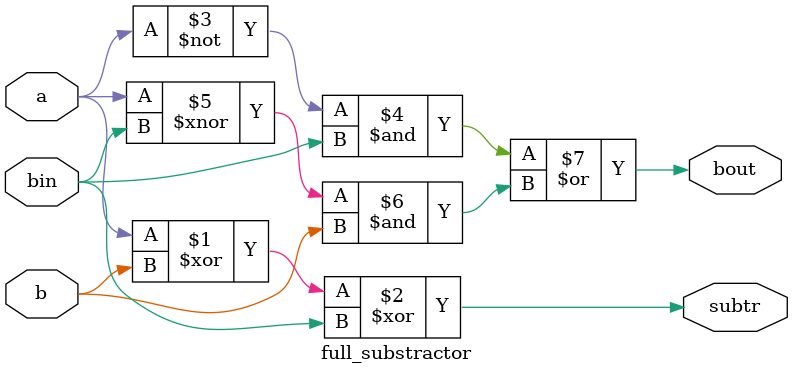
<source format=v>
module full_substractor(a,b,bin,subtr,bout);

input a,b,bin;
output subtr,bout;

assign subtr = a ^ b ^ bin;
assign bout  = (~a & bin ) | ( (a ~^ bin) & b );


endmodule
</source>
